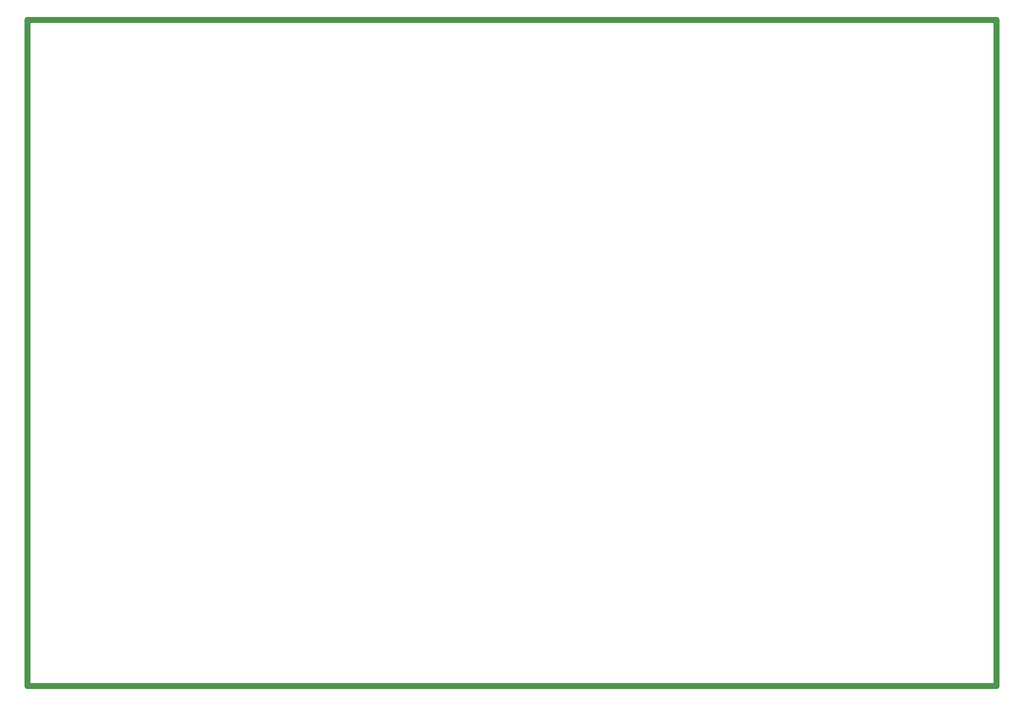
<source format=gko>
G04*
G04 #@! TF.GenerationSoftware,Altium Limited,Altium Designer,21.9.2 (33)*
G04*
G04 Layer_Color=16711935*
%FSTAX24Y24*%
%MOIN*%
G70*
G04*
G04 #@! TF.SameCoordinates,C5A77AB0-E889-4DE2-9FB0-3BE7D8941CBD*
G04*
G04*
G04 #@! TF.FilePolarity,Positive*
G04*
G01*
G75*
%ADD81C,0.0394*%
D81*
X009906Y009783D02*
X073764D01*
X009906D02*
Y051929D01*
Y054268D02*
X074551D01*
X009906Y051929D02*
Y054268D01*
X074551Y009783D02*
Y054268D01*
X073764Y009783D02*
X074551D01*
M02*

</source>
